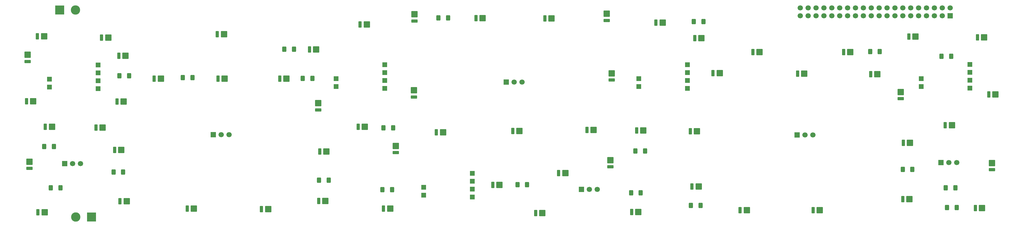
<source format=gbr>
%TF.GenerationSoftware,KiCad,Pcbnew,9.0.2*%
%TF.CreationDate,2025-07-16T22:13:36+02:00*%
%TF.ProjectId,fire,66697265-2e6b-4696-9361-645f70636258,rev?*%
%TF.SameCoordinates,Original*%
%TF.FileFunction,Soldermask,Top*%
%TF.FilePolarity,Negative*%
%FSLAX46Y46*%
G04 Gerber Fmt 4.6, Leading zero omitted, Abs format (unit mm)*
G04 Created by KiCad (PCBNEW 9.0.2) date 2025-07-16 22:13:36*
%MOMM*%
%LPD*%
G01*
G04 APERTURE LIST*
G04 Aperture macros list*
%AMRoundRect*
0 Rectangle with rounded corners*
0 $1 Rounding radius*
0 $2 $3 $4 $5 $6 $7 $8 $9 X,Y pos of 4 corners*
0 Add a 4 corners polygon primitive as box body*
4,1,4,$2,$3,$4,$5,$6,$7,$8,$9,$2,$3,0*
0 Add four circle primitives for the rounded corners*
1,1,$1+$1,$2,$3*
1,1,$1+$1,$4,$5*
1,1,$1+$1,$6,$7*
1,1,$1+$1,$8,$9*
0 Add four rect primitives between the rounded corners*
20,1,$1+$1,$2,$3,$4,$5,0*
20,1,$1+$1,$4,$5,$6,$7,0*
20,1,$1+$1,$6,$7,$8,$9,0*
20,1,$1+$1,$8,$9,$2,$3,0*%
G04 Aperture macros list end*
%ADD10R,3.000000X3.000000*%
%ADD11C,3.000000*%
%ADD12R,1.500000X1.500000*%
%ADD13RoundRect,0.165000X-0.385000X-0.885000X0.385000X-0.885000X0.385000X0.885000X-0.385000X0.885000X0*%
%ADD14RoundRect,0.315000X-0.735000X-0.735000X0.735000X-0.735000X0.735000X0.735000X-0.735000X0.735000X0*%
%ADD15RoundRect,0.250000X-0.400000X-0.625000X0.400000X-0.625000X0.400000X0.625000X-0.400000X0.625000X0*%
%ADD16RoundRect,0.165000X0.885000X-0.385000X0.885000X0.385000X-0.885000X0.385000X-0.885000X-0.385000X0*%
%ADD17RoundRect,0.315000X0.735000X-0.735000X0.735000X0.735000X-0.735000X0.735000X-0.735000X-0.735000X0*%
%ADD18R,1.700000X1.700000*%
%ADD19C,1.700000*%
G04 APERTURE END LIST*
D10*
%TO.C,J9*%
X77515000Y-178300000D03*
D11*
X72435000Y-178300000D03*
%TD*%
D12*
%TO.C,KR4*%
X269350000Y-129325000D03*
X269350000Y-131865000D03*
X269350000Y-134405000D03*
X269350000Y-136945000D03*
X253650000Y-133825000D03*
X253650000Y-136365000D03*
%TD*%
D13*
%TO.C,D11*%
X108275000Y-175650000D03*
D14*
X110425000Y-175650000D03*
%TD*%
D15*
%TO.C,R3*%
X64375000Y-168950000D03*
X67475000Y-168950000D03*
%TD*%
D16*
%TO.C,D36*%
X244575000Y-162175000D03*
D17*
X244575000Y-160025000D03*
%TD*%
D13*
%TO.C,D29*%
X201250000Y-114275000D03*
D14*
X203400000Y-114275000D03*
%TD*%
D15*
%TO.C,R5*%
X150725000Y-166450000D03*
X153825000Y-166450000D03*
%TD*%
D16*
%TO.C,D38*%
X243375000Y-115050000D03*
D17*
X243375000Y-112900000D03*
%TD*%
D16*
%TO.C,D2*%
X57475000Y-162675000D03*
D17*
X57475000Y-160525000D03*
%TD*%
D15*
%TO.C,R14*%
X251200000Y-170500000D03*
X254300000Y-170500000D03*
%TD*%
D13*
%TO.C,D20*%
X117985000Y-119500000D03*
D14*
X120135000Y-119500000D03*
%TD*%
D13*
%TO.C,D31*%
X188525000Y-151050000D03*
D14*
X190675000Y-151050000D03*
%TD*%
D13*
%TO.C,D51*%
X304825000Y-132150000D03*
D14*
X306975000Y-132150000D03*
%TD*%
D13*
%TO.C,D55*%
X362025000Y-175450000D03*
D14*
X364175000Y-175450000D03*
%TD*%
D13*
%TO.C,D25*%
X171500000Y-175650000D03*
D14*
X173650000Y-175650000D03*
%TD*%
D13*
%TO.C,D53*%
X319625000Y-125225000D03*
D14*
X321775000Y-125225000D03*
%TD*%
D13*
%TO.C,D35*%
X236975000Y-150300000D03*
D14*
X239125000Y-150300000D03*
%TD*%
D13*
%TO.C,D19*%
X118210000Y-133750000D03*
D14*
X120360000Y-133750000D03*
%TD*%
D18*
%TO.C,J4*%
X116735000Y-151800000D03*
D19*
X119275000Y-151800000D03*
X121815000Y-151800000D03*
%TD*%
D18*
%TO.C,J3*%
X68860000Y-161100000D03*
D19*
X71400000Y-161100000D03*
X73940000Y-161100000D03*
%TD*%
D16*
%TO.C,D26*%
X175450000Y-157600000D03*
D17*
X175450000Y-155450000D03*
%TD*%
D13*
%TO.C,D23*%
X163975000Y-116350000D03*
D14*
X166125000Y-116350000D03*
%TD*%
D13*
%TO.C,D57*%
X340625000Y-120225000D03*
D14*
X342775000Y-120225000D03*
%TD*%
D13*
%TO.C,D8*%
X60075000Y-120175000D03*
D14*
X62225000Y-120175000D03*
%TD*%
D16*
%TO.C,D1*%
X56925000Y-128275000D03*
D17*
X56925000Y-126125000D03*
%TD*%
D13*
%TO.C,D15*%
X150650000Y-173125000D03*
D14*
X152800000Y-173125000D03*
%TD*%
D15*
%TO.C,R10*%
X189200000Y-114200000D03*
X192300000Y-114200000D03*
%TD*%
D13*
%TO.C,D30*%
X223450000Y-114400000D03*
D14*
X225600000Y-114400000D03*
%TD*%
D13*
%TO.C,D34*%
X206700000Y-168000000D03*
D14*
X208850000Y-168000000D03*
%TD*%
D13*
%TO.C,D39*%
X227875000Y-164225000D03*
D14*
X230025000Y-164225000D03*
%TD*%
D13*
%TO.C,D40*%
X251375000Y-176700000D03*
D14*
X253525000Y-176700000D03*
%TD*%
D18*
%TO.C,J5*%
X210985000Y-134875000D03*
D19*
X213525000Y-134875000D03*
X216065000Y-134875000D03*
%TD*%
D15*
%TO.C,R13*%
X252625000Y-157075000D03*
X255725000Y-157075000D03*
%TD*%
%TO.C,R20*%
X351150000Y-126625000D03*
X354250000Y-126625000D03*
%TD*%
%TO.C,R15*%
X271400000Y-115375000D03*
X274500000Y-115375000D03*
%TD*%
D13*
%TO.C,D49*%
X338675000Y-172600000D03*
D14*
X340825000Y-172600000D03*
%TD*%
D13*
%TO.C,D48*%
X309825000Y-176150000D03*
D14*
X311975000Y-176150000D03*
%TD*%
D13*
%TO.C,D52*%
X328350000Y-132350000D03*
D14*
X330500000Y-132350000D03*
%TD*%
D15*
%TO.C,R9*%
X171150000Y-169550000D03*
X174250000Y-169550000D03*
%TD*%
D16*
%TO.C,D56*%
X367375000Y-163075000D03*
D17*
X367375000Y-160925000D03*
%TD*%
D13*
%TO.C,D16*%
X150975000Y-157275000D03*
D14*
X153125000Y-157275000D03*
%TD*%
D13*
%TO.C,D42*%
X270275000Y-150700000D03*
D14*
X272425000Y-150700000D03*
%TD*%
D12*
%TO.C,KR1*%
X79650000Y-129425000D03*
X79650000Y-131965000D03*
X79650000Y-134505000D03*
X79650000Y-137045000D03*
X63950000Y-133925000D03*
X63950000Y-136465000D03*
%TD*%
D15*
%TO.C,R4*%
X84575000Y-163850000D03*
X87675000Y-163850000D03*
%TD*%
D13*
%TO.C,D7*%
X86285000Y-126400000D03*
D14*
X88435000Y-126400000D03*
%TD*%
D16*
%TO.C,D27*%
X181300000Y-139700000D03*
D17*
X181300000Y-137550000D03*
%TD*%
D13*
%TO.C,D6*%
X85710000Y-141125000D03*
D14*
X87860000Y-141125000D03*
%TD*%
D13*
%TO.C,D21*%
X138085000Y-133750000D03*
D14*
X140235000Y-133750000D03*
%TD*%
D15*
%TO.C,R7*%
X145500000Y-133675000D03*
X148600000Y-133675000D03*
%TD*%
D13*
%TO.C,D43*%
X259225000Y-115775000D03*
D14*
X261375000Y-115775000D03*
%TD*%
D13*
%TO.C,D58*%
X362725000Y-120475000D03*
D14*
X364875000Y-120475000D03*
%TD*%
D13*
%TO.C,D54*%
X290400000Y-125225000D03*
D14*
X292550000Y-125225000D03*
%TD*%
D12*
%TO.C,KR5*%
X360300000Y-129255000D03*
X360300000Y-131795000D03*
X360300000Y-134335000D03*
X360300000Y-136875000D03*
X344600000Y-133755000D03*
X344600000Y-136295000D03*
%TD*%
D13*
%TO.C,D12*%
X84950000Y-156725000D03*
D14*
X87100000Y-156725000D03*
%TD*%
D18*
%TO.C,J6*%
X235260000Y-169425000D03*
D19*
X237800000Y-169425000D03*
X240340000Y-169425000D03*
%TD*%
D18*
%TO.C,J7*%
X304635000Y-151925000D03*
D19*
X307175000Y-151925000D03*
X309715000Y-151925000D03*
%TD*%
D15*
%TO.C,R12*%
X214625000Y-167875000D03*
X217725000Y-167875000D03*
%TD*%
%TO.C,R2*%
X86475000Y-132850000D03*
X89575000Y-132850000D03*
%TD*%
D16*
%TO.C,D60*%
X337975000Y-140250000D03*
D17*
X337975000Y-138100000D03*
%TD*%
D13*
%TO.C,D32*%
X213125000Y-150650000D03*
D14*
X215275000Y-150650000D03*
%TD*%
D13*
%TO.C,D50*%
X338850000Y-154425000D03*
D14*
X341000000Y-154425000D03*
%TD*%
D13*
%TO.C,D47*%
X286300000Y-176150000D03*
D14*
X288450000Y-176150000D03*
%TD*%
D13*
%TO.C,D5*%
X78925000Y-149575000D03*
D14*
X81075000Y-149575000D03*
%TD*%
D13*
%TO.C,D4*%
X56560000Y-141075000D03*
D14*
X58710000Y-141075000D03*
%TD*%
D15*
%TO.C,R8*%
X139550000Y-124300000D03*
X142650000Y-124300000D03*
%TD*%
D12*
%TO.C,KR2*%
X171925000Y-129325000D03*
X171925000Y-131865000D03*
X171925000Y-134405000D03*
X171925000Y-136945000D03*
X156225000Y-133825000D03*
X156225000Y-136365000D03*
%TD*%
D18*
%TO.C,J8*%
X350960000Y-160800000D03*
D19*
X353500000Y-160800000D03*
X356040000Y-160800000D03*
%TD*%
D15*
%TO.C,R11*%
X171500000Y-149600000D03*
X174600000Y-149600000D03*
%TD*%
D16*
%TO.C,D37*%
X244950000Y-134250000D03*
D17*
X244950000Y-132100000D03*
%TD*%
D15*
%TO.C,R21*%
X352500000Y-168900000D03*
X355600000Y-168900000D03*
%TD*%
%TO.C,R16*%
X270450000Y-174600000D03*
X273550000Y-174600000D03*
%TD*%
%TO.C,R19*%
X352925000Y-175300000D03*
X356025000Y-175300000D03*
%TD*%
D13*
%TO.C,D9*%
X60235000Y-176775000D03*
D14*
X62385000Y-176775000D03*
%TD*%
D13*
%TO.C,D3*%
X62635000Y-149300000D03*
D14*
X64785000Y-149300000D03*
%TD*%
D13*
%TO.C,D46*%
X270800000Y-168500000D03*
D14*
X272950000Y-168500000D03*
%TD*%
D13*
%TO.C,D18*%
X97675000Y-133750000D03*
D14*
X99825000Y-133750000D03*
%TD*%
D13*
%TO.C,D44*%
X271700000Y-120750000D03*
D14*
X273850000Y-120750000D03*
%TD*%
D13*
%TO.C,D10*%
X80735000Y-120600000D03*
D14*
X82885000Y-120600000D03*
%TD*%
D16*
%TO.C,D28*%
X181475000Y-115225000D03*
D17*
X181475000Y-113075000D03*
%TD*%
D13*
%TO.C,D33*%
X220485000Y-177025000D03*
D14*
X222635000Y-177025000D03*
%TD*%
D13*
%TO.C,D41*%
X253000000Y-150500000D03*
D14*
X255150000Y-150500000D03*
%TD*%
D12*
%TO.C,KR3*%
X200100000Y-164250000D03*
X200100000Y-166790000D03*
X200100000Y-169330000D03*
X200100000Y-171870000D03*
X184400000Y-168750000D03*
X184400000Y-171290000D03*
%TD*%
D15*
%TO.C,R17*%
X338675000Y-163025000D03*
X341775000Y-163025000D03*
%TD*%
%TO.C,R18*%
X328175000Y-125075000D03*
X331275000Y-125075000D03*
%TD*%
D13*
%TO.C,D24*%
X163325000Y-149275000D03*
D14*
X165475000Y-149275000D03*
%TD*%
D13*
%TO.C,D22*%
X147650000Y-124350000D03*
D14*
X149800000Y-124350000D03*
%TD*%
D16*
%TO.C,D17*%
X150500000Y-143850000D03*
D17*
X150500000Y-141700000D03*
%TD*%
D15*
%TO.C,R1*%
X62250000Y-155650000D03*
X65350000Y-155650000D03*
%TD*%
%TO.C,R6*%
X106900000Y-133450000D03*
X110000000Y-133450000D03*
%TD*%
D13*
%TO.C,D14*%
X132200000Y-175825000D03*
D14*
X134350000Y-175825000D03*
%TD*%
D13*
%TO.C,D13*%
X86675000Y-173275000D03*
D14*
X88825000Y-173275000D03*
%TD*%
D13*
%TO.C,D61*%
X352350000Y-148775000D03*
D14*
X354500000Y-148775000D03*
%TD*%
D13*
%TO.C,D59*%
X366385000Y-138875000D03*
D14*
X368535000Y-138875000D03*
%TD*%
D13*
%TO.C,D45*%
X277575000Y-131975000D03*
D14*
X279725000Y-131975000D03*
%TD*%
D10*
%TO.C,J1*%
X67235000Y-111700000D03*
D11*
X72315000Y-111700000D03*
%TD*%
D18*
%TO.C,J2*%
X353970000Y-113575000D03*
D19*
X353970000Y-111035000D03*
X351430000Y-113575000D03*
X351430000Y-111035000D03*
X348890000Y-113575000D03*
X348890000Y-111035000D03*
X346350000Y-113575000D03*
X346350000Y-111035000D03*
X343810000Y-113575000D03*
X343810000Y-111035000D03*
X341270000Y-113575000D03*
X341270000Y-111035000D03*
X338730000Y-113575000D03*
X338730000Y-111035000D03*
X336190000Y-113575000D03*
X336190000Y-111035000D03*
X333650000Y-113575000D03*
X333650000Y-111035000D03*
X331110000Y-113575000D03*
X331110000Y-111035000D03*
X328570000Y-113575000D03*
X328570000Y-111035000D03*
X326030000Y-113575000D03*
X326030000Y-111035000D03*
X323490000Y-113575000D03*
X323490000Y-111035000D03*
X320950000Y-113575000D03*
X320950000Y-111035000D03*
X318410000Y-113575000D03*
X318410000Y-111035000D03*
X315870000Y-113575000D03*
X315870000Y-111035000D03*
X313330000Y-113575000D03*
X313330000Y-111035000D03*
X310790000Y-113575000D03*
X310790000Y-111035000D03*
X308250000Y-113575000D03*
X308250000Y-111035000D03*
X305710000Y-113575000D03*
X305710000Y-111035000D03*
%TD*%
M02*

</source>
